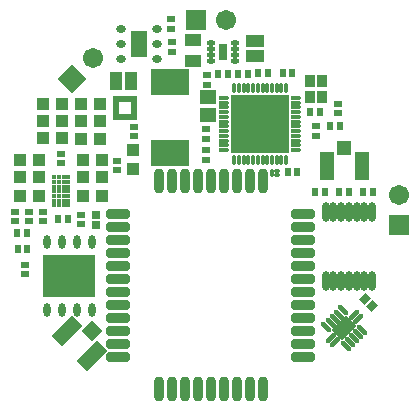
<source format=gts>
G04 Layer_Color=8388736*
%FSLAX44Y44*%
%MOMM*%
G71*
G01*
G75*
%ADD60C,0.4232*%
G04:AMPARAMS|DCode=61|XSize=0.4532mm|YSize=0.3532mm|CornerRadius=0.1391mm|HoleSize=0mm|Usage=FLASHONLY|Rotation=180.000|XOffset=0mm|YOffset=0mm|HoleType=Round|Shape=RoundedRectangle|*
%AMROUNDEDRECTD61*
21,1,0.4532,0.0750,0,0,180.0*
21,1,0.1750,0.3532,0,0,180.0*
1,1,0.2782,-0.0875,0.0375*
1,1,0.2782,0.0875,0.0375*
1,1,0.2782,0.0875,-0.0375*
1,1,0.2782,-0.0875,-0.0375*
%
%ADD61ROUNDEDRECTD61*%
G04:AMPARAMS|DCode=62|XSize=0.3532mm|YSize=0.7032mm|CornerRadius=0.1391mm|HoleSize=0mm|Usage=FLASHONLY|Rotation=180.000|XOffset=0mm|YOffset=0mm|HoleType=Round|Shape=RoundedRectangle|*
%AMROUNDEDRECTD62*
21,1,0.3532,0.4250,0,0,180.0*
21,1,0.0750,0.7032,0,0,180.0*
1,1,0.2782,-0.0375,0.2125*
1,1,0.2782,0.0375,0.2125*
1,1,0.2782,0.0375,-0.2125*
1,1,0.2782,-0.0375,-0.2125*
%
%ADD62ROUNDEDRECTD62*%
%ADD63R,1.2032X1.2532*%
%ADD64R,1.2532X2.4032*%
%ADD65R,1.4532X1.2032*%
%ADD66R,0.6032X0.8032*%
%ADD67R,0.8032X0.6032*%
G04:AMPARAMS|DCode=68|XSize=0.6032mm|YSize=0.8032mm|CornerRadius=0mm|HoleSize=0mm|Usage=FLASHONLY|Rotation=135.000|XOffset=0mm|YOffset=0mm|HoleType=Round|Shape=Rectangle|*
%AMROTATEDRECTD68*
4,1,4,0.4972,0.0707,-0.0707,-0.4972,-0.4972,-0.0707,0.0707,0.4972,0.4972,0.0707,0.0*
%
%ADD68ROTATEDRECTD68*%

%ADD69R,0.7032X0.8032*%
G04:AMPARAMS|DCode=70|XSize=1.2032mm|YSize=1.7032mm|CornerRadius=0mm|HoleSize=0mm|Usage=FLASHONLY|Rotation=315.000|XOffset=0mm|YOffset=0mm|HoleType=Round|Shape=Rectangle|*
%AMROTATEDRECTD70*
4,1,4,-1.0276,-0.1768,0.1768,1.0276,1.0276,0.1768,-0.1768,-1.0276,-1.0276,-0.1768,0.0*
%
%ADD70ROTATEDRECTD70*%

G04:AMPARAMS|DCode=71|XSize=0.4532mm|YSize=1.1032mm|CornerRadius=0mm|HoleSize=0mm|Usage=FLASHONLY|Rotation=315.000|XOffset=0mm|YOffset=0mm|HoleType=Round|Shape=Round|*
%AMOVALD71*
21,1,0.6500,0.4532,0.0000,0.0000,45.0*
1,1,0.4532,-0.2298,-0.2298*
1,1,0.4532,0.2298,0.2298*
%
%ADD71OVALD71*%

G04:AMPARAMS|DCode=72|XSize=0.4532mm|YSize=1.1032mm|CornerRadius=0mm|HoleSize=0mm|Usage=FLASHONLY|Rotation=45.000|XOffset=0mm|YOffset=0mm|HoleType=Round|Shape=Round|*
%AMOVALD72*
21,1,0.6500,0.4532,0.0000,0.0000,135.0*
1,1,0.4532,0.2298,-0.2298*
1,1,0.4532,-0.2298,0.2298*
%
%ADD72OVALD72*%

%ADD73R,1.1032X1.1032*%
%ADD74R,1.1032X1.1032*%
%ADD75O,0.6532X1.6532*%
%ADD76R,3.2032X2.2032*%
%ADD77R,1.6032X1.1032*%
%ADD78R,1.1032X1.6032*%
%ADD79R,1.4032X1.0032*%
%ADD80R,0.8032X1.4032*%
%ADD81O,0.7532X0.4532*%
%ADD82R,1.3532X2.2032*%
%ADD83O,0.8532X0.6032*%
%ADD84R,4.4032X3.6032*%
%ADD85O,0.6032X1.1532*%
G04:AMPARAMS|DCode=86|XSize=2.0032mm|YSize=0.8032mm|CornerRadius=0.2516mm|HoleSize=0mm|Usage=FLASHONLY|Rotation=0.000|XOffset=0mm|YOffset=0mm|HoleType=Round|Shape=RoundedRectangle|*
%AMROUNDEDRECTD86*
21,1,2.0032,0.3000,0,0,0.0*
21,1,1.5000,0.8032,0,0,0.0*
1,1,0.5032,0.7500,-0.1500*
1,1,0.5032,-0.7500,-0.1500*
1,1,0.5032,-0.7500,0.1500*
1,1,0.5032,0.7500,0.1500*
%
%ADD86ROUNDEDRECTD86*%
G04:AMPARAMS|DCode=87|XSize=2.0032mm|YSize=0.8032mm|CornerRadius=0.2516mm|HoleSize=0mm|Usage=FLASHONLY|Rotation=270.000|XOffset=0mm|YOffset=0mm|HoleType=Round|Shape=RoundedRectangle|*
%AMROUNDEDRECTD87*
21,1,2.0032,0.3000,0,0,270.0*
21,1,1.5000,0.8032,0,0,270.0*
1,1,0.5032,-0.1500,-0.7500*
1,1,0.5032,-0.1500,0.7500*
1,1,0.5032,0.1500,0.7500*
1,1,0.5032,0.1500,-0.7500*
%
%ADD87ROUNDEDRECTD87*%
%ADD88O,0.8532X0.4032*%
%ADD89O,0.4032X0.8532*%
%ADD90R,4.9032X4.9032*%
%ADD91R,0.5032X0.5282*%
%ADD92R,0.5282X0.5032*%
G04:AMPARAMS|DCode=93|XSize=2.4032mm|YSize=1.2532mm|CornerRadius=0mm|HoleSize=0mm|Usage=FLASHONLY|Rotation=225.000|XOffset=0mm|YOffset=0mm|HoleType=Round|Shape=Rectangle|*
%AMROTATEDRECTD93*
4,1,4,0.4066,1.2927,1.2927,0.4066,-0.4066,-1.2927,-1.2927,-0.4066,0.4066,1.2927,0.0*
%
%ADD93ROTATEDRECTD93*%

G04:AMPARAMS|DCode=94|XSize=1.2532mm|YSize=1.2032mm|CornerRadius=0mm|HoleSize=0mm|Usage=FLASHONLY|Rotation=225.000|XOffset=0mm|YOffset=0mm|HoleType=Round|Shape=Rectangle|*
%AMROTATEDRECTD94*
4,1,4,0.0177,0.8685,0.8685,0.0177,-0.0177,-0.8685,-0.8685,-0.0177,0.0177,0.8685,0.0*
%
%ADD94ROTATEDRECTD94*%

%ADD95R,0.9532X1.0532*%
%ADD96C,1.7032*%
%ADD97P,2.4087X4X90.0*%
%ADD98R,1.7032X1.7032*%
%ADD99R,1.7032X1.7032*%
%ADD100C,0.8632*%
D60*
X-120400Y1000D02*
D03*
X-124400D02*
D03*
X-128400D02*
D03*
X-132400D02*
D03*
X-120400Y5000D02*
D03*
X-124400D02*
D03*
X-128400D02*
D03*
X-132400D02*
D03*
X-120400Y9000D02*
D03*
X-124400D02*
D03*
X-128400D02*
D03*
X-132400D02*
D03*
X-120400Y13000D02*
D03*
X-124400D02*
D03*
X-128400D02*
D03*
X-132400D02*
D03*
X-120400Y17000D02*
D03*
X-124400D02*
D03*
X-128400D02*
D03*
X-132400D02*
D03*
X-120400Y21000D02*
D03*
X-124400D02*
D03*
X-128400D02*
D03*
X-132400D02*
D03*
X-120400Y25000D02*
D03*
X-124400D02*
D03*
X-128400D02*
D03*
X-132400D02*
D03*
D61*
X56000Y27100D02*
D03*
Y30600D02*
D03*
D62*
X52000Y28850D02*
D03*
D63*
X113150Y49750D02*
D03*
D64*
X98400Y34500D02*
D03*
X127900D02*
D03*
D65*
X-2600Y77500D02*
D03*
Y92500D02*
D03*
D66*
X109800Y67900D02*
D03*
X100800D02*
D03*
X92500Y80100D02*
D03*
X84500D02*
D03*
X31200Y112600D02*
D03*
X23200D02*
D03*
X61100Y113000D02*
D03*
X69100D02*
D03*
X48500Y113100D02*
D03*
X40500D02*
D03*
X-155200Y-35500D02*
D03*
X-163200D02*
D03*
X-121100Y-10300D02*
D03*
X-129100D02*
D03*
X-155600Y-22400D02*
D03*
X-163600D02*
D03*
X116900Y12500D02*
D03*
X108900D02*
D03*
X88500D02*
D03*
X96500D02*
D03*
X129400D02*
D03*
X137400D02*
D03*
X14600Y112700D02*
D03*
X6600D02*
D03*
X73500Y29000D02*
D03*
X65500D02*
D03*
D67*
X-3800Y39800D02*
D03*
Y47800D02*
D03*
X89300Y68000D02*
D03*
Y60000D02*
D03*
X-3800Y65500D02*
D03*
Y57500D02*
D03*
X107400Y79200D02*
D03*
Y87200D02*
D03*
X-3200Y103400D02*
D03*
Y111400D02*
D03*
X-157400Y-57300D02*
D03*
Y-49300D02*
D03*
X-65300Y67600D02*
D03*
Y59600D02*
D03*
X-165900Y-12200D02*
D03*
Y-4200D02*
D03*
X-141600Y-12200D02*
D03*
Y-4200D02*
D03*
X-109700Y-7000D02*
D03*
Y-15000D02*
D03*
X-153800Y-12200D02*
D03*
Y-4200D02*
D03*
X-126300Y36700D02*
D03*
Y44700D02*
D03*
X-79100Y30800D02*
D03*
Y38800D02*
D03*
X-32600Y131000D02*
D03*
Y139000D02*
D03*
X-33300Y150700D02*
D03*
Y158700D02*
D03*
D68*
X130672Y-78271D02*
D03*
X136328Y-83928D02*
D03*
D69*
X-97000Y-6700D02*
D03*
Y-15700D02*
D03*
D70*
X113168Y-103068D02*
D03*
D71*
X121300Y-91401D02*
D03*
X124836Y-94937D02*
D03*
X105036Y-114735D02*
D03*
X101501Y-111200D02*
D03*
D72*
X128371Y-104129D02*
D03*
X124836Y-107664D02*
D03*
X121300Y-111200D02*
D03*
X117765Y-114735D02*
D03*
X114229Y-118271D02*
D03*
X97965Y-102008D02*
D03*
X101501Y-98472D02*
D03*
X105036Y-94937D02*
D03*
X108572Y-91401D02*
D03*
X112108Y-87865D02*
D03*
D73*
X-145200Y9400D02*
D03*
X-161200D02*
D03*
X-145200Y24700D02*
D03*
X-161200D02*
D03*
X-145200Y39300D02*
D03*
X-161200D02*
D03*
X-93700Y87000D02*
D03*
X-109700D02*
D03*
X-126200Y87200D02*
D03*
X-142200D02*
D03*
X-126200Y72600D02*
D03*
X-142200D02*
D03*
X-126200Y57800D02*
D03*
X-142200D02*
D03*
X-107900Y39300D02*
D03*
X-91900D02*
D03*
X-93500Y72300D02*
D03*
X-109500D02*
D03*
X-107900Y24700D02*
D03*
X-91900D02*
D03*
X-107900Y9400D02*
D03*
X-91900D02*
D03*
X-93400Y57600D02*
D03*
X-109400D02*
D03*
D74*
X-65800Y47600D02*
D03*
Y31600D02*
D03*
D75*
X97500Y-63150D02*
D03*
X104000D02*
D03*
X110500D02*
D03*
X117000D02*
D03*
X123500D02*
D03*
X130000D02*
D03*
X136500D02*
D03*
X97500Y-4650D02*
D03*
X104000D02*
D03*
X110500D02*
D03*
X117000D02*
D03*
X123500D02*
D03*
X130000D02*
D03*
X136500D02*
D03*
D76*
X-34500Y45500D02*
D03*
Y105500D02*
D03*
D77*
X37800Y140200D02*
D03*
Y127200D02*
D03*
D78*
X-80300Y106200D02*
D03*
X-67300D02*
D03*
D79*
X-14900Y123000D02*
D03*
Y141000D02*
D03*
D80*
X10500Y131200D02*
D03*
D81*
X21000Y138700D02*
D03*
Y133700D02*
D03*
Y128700D02*
D03*
Y123700D02*
D03*
X0D02*
D03*
Y128700D02*
D03*
Y133700D02*
D03*
Y138700D02*
D03*
D82*
X-61000Y138000D02*
D03*
D83*
X-45750Y150700D02*
D03*
Y138000D02*
D03*
Y125300D02*
D03*
X-76250D02*
D03*
Y138000D02*
D03*
Y150700D02*
D03*
D84*
X-119900Y-58600D02*
D03*
D85*
X-138950Y-29850D02*
D03*
X-126250D02*
D03*
X-113550D02*
D03*
X-100850D02*
D03*
Y-87350D02*
D03*
X-113550D02*
D03*
X-126250D02*
D03*
X-138950D02*
D03*
D86*
X78400Y-127100D02*
D03*
Y-116100D02*
D03*
Y-105100D02*
D03*
Y-94100D02*
D03*
Y-83100D02*
D03*
Y-72100D02*
D03*
Y-61100D02*
D03*
Y-50100D02*
D03*
Y-39100D02*
D03*
Y-28100D02*
D03*
Y-17100D02*
D03*
Y-6100D02*
D03*
X-78600D02*
D03*
Y-17100D02*
D03*
Y-28100D02*
D03*
Y-39100D02*
D03*
Y-50100D02*
D03*
Y-61100D02*
D03*
Y-72100D02*
D03*
Y-83100D02*
D03*
Y-94100D02*
D03*
Y-105100D02*
D03*
Y-116100D02*
D03*
Y-127100D02*
D03*
D87*
X43900Y21400D02*
D03*
X32900D02*
D03*
X21900D02*
D03*
X10900D02*
D03*
X-100D02*
D03*
X-11100D02*
D03*
X-22100D02*
D03*
X-33100D02*
D03*
X-44100D02*
D03*
Y-154600D02*
D03*
X-33100D02*
D03*
X-22100D02*
D03*
X-11100D02*
D03*
X-100D02*
D03*
X10900D02*
D03*
X21900D02*
D03*
X32900D02*
D03*
X43900D02*
D03*
D88*
X11700Y92000D02*
D03*
Y88000D02*
D03*
Y84000D02*
D03*
Y80000D02*
D03*
Y76000D02*
D03*
Y72000D02*
D03*
Y68000D02*
D03*
Y64000D02*
D03*
Y60000D02*
D03*
Y56000D02*
D03*
Y52000D02*
D03*
Y48000D02*
D03*
X72200D02*
D03*
Y52000D02*
D03*
Y56000D02*
D03*
Y60000D02*
D03*
Y64000D02*
D03*
Y68000D02*
D03*
Y72000D02*
D03*
Y76000D02*
D03*
Y80000D02*
D03*
Y84000D02*
D03*
Y88000D02*
D03*
Y92000D02*
D03*
D89*
X19950Y39750D02*
D03*
X23950D02*
D03*
X27950D02*
D03*
X31950D02*
D03*
X35950D02*
D03*
X39950D02*
D03*
X43950D02*
D03*
X47950D02*
D03*
X51950D02*
D03*
X55950D02*
D03*
X59950D02*
D03*
X63950D02*
D03*
Y100250D02*
D03*
X59950D02*
D03*
X55950D02*
D03*
X51950D02*
D03*
X47950D02*
D03*
X43950D02*
D03*
X39950D02*
D03*
X35950D02*
D03*
X31950D02*
D03*
X27950D02*
D03*
X23950D02*
D03*
X19950D02*
D03*
D90*
X41950Y70000D02*
D03*
D91*
X-64975Y91225D02*
D03*
X-69975D02*
D03*
X-74975D02*
D03*
X-79975D02*
D03*
Y75975D02*
D03*
X-74975D02*
D03*
X-69975D02*
D03*
X-64975D02*
D03*
D92*
X-80100Y86100D02*
D03*
Y81100D02*
D03*
X-64850D02*
D03*
Y86100D02*
D03*
D93*
X-100500Y-126400D02*
D03*
X-121360Y-105540D02*
D03*
D94*
X-100147Y-105187D02*
D03*
D95*
X84000Y106500D02*
D03*
X94500D02*
D03*
Y93000D02*
D03*
X84000D02*
D03*
D96*
X-99500Y126100D02*
D03*
X159100Y9700D02*
D03*
X13400Y158000D02*
D03*
D97*
X-117460Y108139D02*
D03*
D98*
X159100Y-15700D02*
D03*
D99*
X-12000Y158000D02*
D03*
D100*
X23950Y88000D02*
D03*
X35950D02*
D03*
X47950D02*
D03*
X59950D02*
D03*
X23950Y76000D02*
D03*
X35950D02*
D03*
X47950D02*
D03*
X59950D02*
D03*
X23950Y64000D02*
D03*
X35950D02*
D03*
X47950D02*
D03*
X59950D02*
D03*
X23950Y52000D02*
D03*
X35950D02*
D03*
X47950D02*
D03*
X59950D02*
D03*
M02*

</source>
